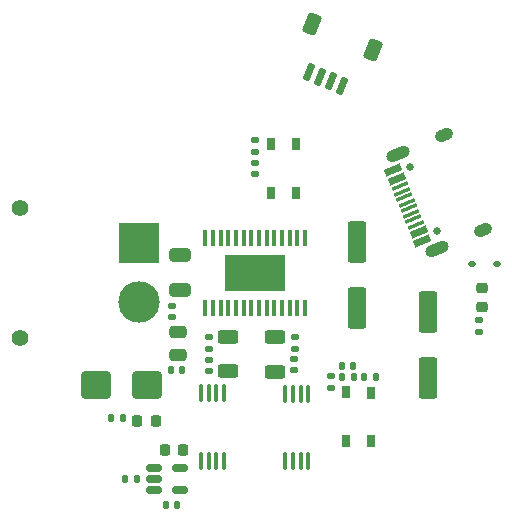
<source format=gts>
G04 #@! TF.GenerationSoftware,KiCad,Pcbnew,(7.0.0)*
G04 #@! TF.CreationDate,2023-05-14T21:45:47+08:00*
G04 #@! TF.ProjectId,ServoLess,53657276-6f4c-4657-9373-2e6b69636164,V2.0*
G04 #@! TF.SameCoordinates,Original*
G04 #@! TF.FileFunction,Soldermask,Top*
G04 #@! TF.FilePolarity,Negative*
%FSLAX46Y46*%
G04 Gerber Fmt 4.6, Leading zero omitted, Abs format (unit mm)*
G04 Created by KiCad (PCBNEW (7.0.0)) date 2023-05-14 21:45:47*
%MOMM*%
%LPD*%
G01*
G04 APERTURE LIST*
G04 Aperture macros list*
%AMRoundRect*
0 Rectangle with rounded corners*
0 $1 Rounding radius*
0 $2 $3 $4 $5 $6 $7 $8 $9 X,Y pos of 4 corners*
0 Add a 4 corners polygon primitive as box body*
4,1,4,$2,$3,$4,$5,$6,$7,$8,$9,$2,$3,0*
0 Add four circle primitives for the rounded corners*
1,1,$1+$1,$2,$3*
1,1,$1+$1,$4,$5*
1,1,$1+$1,$6,$7*
1,1,$1+$1,$8,$9*
0 Add four rect primitives between the rounded corners*
20,1,$1+$1,$2,$3,$4,$5,0*
20,1,$1+$1,$4,$5,$6,$7,0*
20,1,$1+$1,$6,$7,$8,$9,0*
20,1,$1+$1,$8,$9,$2,$3,0*%
%AMHorizOval*
0 Thick line with rounded ends*
0 $1 width*
0 $2 $3 position (X,Y) of the first rounded end (center of the circle)*
0 $4 $5 position (X,Y) of the second rounded end (center of the circle)*
0 Add line between two ends*
20,1,$1,$2,$3,$4,$5,0*
0 Add two circle primitives to create the rounded ends*
1,1,$1,$2,$3*
1,1,$1,$4,$5*%
%AMRotRect*
0 Rectangle, with rotation*
0 The origin of the aperture is its center*
0 $1 length*
0 $2 width*
0 $3 Rotation angle, in degrees counterclockwise*
0 Add horizontal line*
21,1,$1,$2,0,0,$3*%
G04 Aperture macros list end*
%ADD10RoundRect,0.250000X0.550000X-1.500000X0.550000X1.500000X-0.550000X1.500000X-0.550000X-1.500000X0*%
%ADD11RoundRect,0.150000X-0.512500X-0.150000X0.512500X-0.150000X0.512500X0.150000X-0.512500X0.150000X0*%
%ADD12RoundRect,0.135000X-0.185000X0.135000X-0.185000X-0.135000X0.185000X-0.135000X0.185000X0.135000X0*%
%ADD13RoundRect,0.140000X0.170000X-0.140000X0.170000X0.140000X-0.170000X0.140000X-0.170000X-0.140000X0*%
%ADD14RoundRect,0.150000X0.377759X0.520022X0.100595X0.634827X-0.377759X-0.520022X-0.100595X-0.634827X0*%
%ADD15RoundRect,0.250000X0.572102X0.466582X-0.074614X0.734461X-0.572102X-0.466582X0.074614X-0.734461X0*%
%ADD16RoundRect,0.218750X-0.256250X0.218750X-0.256250X-0.218750X0.256250X-0.218750X0.256250X0.218750X0*%
%ADD17R,0.650000X1.050000*%
%ADD18C,0.650000*%
%ADD19RotRect,0.600000X1.450000X112.500000*%
%ADD20RotRect,0.300000X1.450000X112.500000*%
%ADD21HorizOval,1.000000X0.508134X0.210476X-0.508134X-0.210476X0*%
%ADD22HorizOval,1.000000X0.277164X0.114805X-0.277164X-0.114805X0*%
%ADD23RoundRect,0.135000X-0.135000X-0.185000X0.135000X-0.185000X0.135000X0.185000X-0.135000X0.185000X0*%
%ADD24C,1.400000*%
%ADD25R,3.500000X3.500000*%
%ADD26C,3.500000*%
%ADD27RoundRect,0.135000X0.185000X-0.135000X0.185000X0.135000X-0.185000X0.135000X-0.185000X-0.135000X0*%
%ADD28RoundRect,0.140000X-0.170000X0.140000X-0.170000X-0.140000X0.170000X-0.140000X0.170000X0.140000X0*%
%ADD29RoundRect,0.250000X-1.000000X-0.900000X1.000000X-0.900000X1.000000X0.900000X-1.000000X0.900000X0*%
%ADD30RoundRect,0.250000X-0.475000X0.250000X-0.475000X-0.250000X0.475000X-0.250000X0.475000X0.250000X0*%
%ADD31RoundRect,0.140000X-0.140000X-0.170000X0.140000X-0.170000X0.140000X0.170000X-0.140000X0.170000X0*%
%ADD32RoundRect,0.140000X0.140000X0.170000X-0.140000X0.170000X-0.140000X-0.170000X0.140000X-0.170000X0*%
%ADD33RoundRect,0.225000X0.225000X0.250000X-0.225000X0.250000X-0.225000X-0.250000X0.225000X-0.250000X0*%
%ADD34RoundRect,0.100000X-0.100000X0.637500X-0.100000X-0.637500X0.100000X-0.637500X0.100000X0.637500X0*%
%ADD35RoundRect,0.250000X-0.625000X0.312500X-0.625000X-0.312500X0.625000X-0.312500X0.625000X0.312500X0*%
%ADD36RoundRect,0.135000X0.135000X0.185000X-0.135000X0.185000X-0.135000X-0.185000X0.135000X-0.185000X0*%
%ADD37RoundRect,0.218750X0.218750X0.256250X-0.218750X0.256250X-0.218750X-0.256250X0.218750X-0.256250X0*%
%ADD38R,0.449999X1.400000*%
%ADD39R,5.180000X3.099999*%
%ADD40RoundRect,0.250000X0.650000X-0.325000X0.650000X0.325000X-0.650000X0.325000X-0.650000X-0.325000X0*%
%ADD41RoundRect,0.250000X-0.550000X1.500000X-0.550000X-1.500000X0.550000X-1.500000X0.550000X1.500000X0*%
%ADD42RoundRect,0.112500X0.187500X0.112500X-0.187500X0.112500X-0.187500X-0.112500X0.187500X-0.112500X0*%
G04 APERTURE END LIST*
D10*
X149240000Y-93205000D03*
X149240000Y-87605000D03*
D11*
X131987500Y-106700000D03*
X131987500Y-107650000D03*
X131987500Y-108600000D03*
X134262500Y-108600000D03*
X134262500Y-106700000D03*
D12*
X136675000Y-95672500D03*
X136675000Y-96692500D03*
D13*
X136675000Y-98542500D03*
X136675000Y-97582500D03*
D14*
X147910452Y-74386784D03*
X146986573Y-74004101D03*
X146062693Y-73621417D03*
X145138814Y-73238734D03*
D15*
X150594394Y-71304239D03*
X145420669Y-69161212D03*
D16*
X159825000Y-91512500D03*
X159825000Y-93087500D03*
D17*
X148274999Y-104479999D03*
X148274999Y-100329999D03*
X150424999Y-104479999D03*
X150424999Y-100354999D03*
D18*
X155943868Y-86629989D03*
X153731958Y-81289965D03*
D19*
X154746627Y-87515562D03*
X154440481Y-86776458D03*
D20*
X153981261Y-85667803D03*
X153598577Y-84743923D03*
X153407235Y-84281984D03*
X153024552Y-83358104D03*
D19*
X152565332Y-82249449D03*
X152259185Y-81510345D03*
X152259185Y-81510345D03*
X152565332Y-82249449D03*
D20*
X152833210Y-82896164D03*
X153215894Y-83820044D03*
X153789919Y-85205863D03*
X154172602Y-86129743D03*
D19*
X154440481Y-86776458D03*
X154746627Y-87515562D03*
D21*
X156001448Y-88153958D03*
D22*
X159863265Y-86554341D03*
D21*
X152695064Y-80171639D03*
D22*
X156556880Y-78572022D03*
D23*
X147910000Y-99055000D03*
X148930000Y-99055000D03*
D24*
X120715000Y-95695000D03*
X120715000Y-84695000D03*
D25*
X130714999Y-87694999D03*
D26*
X130715000Y-92695000D03*
D13*
X143900000Y-98475000D03*
X143900000Y-97515000D03*
D27*
X159575000Y-95260000D03*
X159575000Y-94240000D03*
D28*
X133540000Y-93005000D03*
X133540000Y-93965000D03*
D29*
X127092500Y-99705000D03*
X131392500Y-99705000D03*
D30*
X134025000Y-95250000D03*
X134025000Y-97150000D03*
D31*
X147920000Y-98075000D03*
X148880000Y-98075000D03*
D32*
X133985000Y-109860000D03*
X133025000Y-109860000D03*
D31*
X149820000Y-99065000D03*
X150780000Y-99065000D03*
D33*
X134480000Y-105190000D03*
X132930000Y-105190000D03*
D27*
X147000000Y-99975000D03*
X147000000Y-98955000D03*
D34*
X137955000Y-100412500D03*
X137305000Y-100412500D03*
X136655000Y-100412500D03*
X136005000Y-100412500D03*
X136005000Y-106137500D03*
X136655000Y-106137500D03*
X137305000Y-106137500D03*
X137955000Y-106137500D03*
D35*
X138275000Y-95630000D03*
X138275000Y-98555000D03*
D36*
X130610000Y-107675000D03*
X129590000Y-107675000D03*
D32*
X134430000Y-98400000D03*
X133470000Y-98400000D03*
D28*
X140600000Y-80885000D03*
X140600000Y-81845000D03*
D12*
X143920000Y-95615000D03*
X143920000Y-96635000D03*
D37*
X132187500Y-102750000D03*
X130612500Y-102750000D03*
D12*
X140560000Y-78965000D03*
X140560000Y-79985000D03*
D17*
X141924999Y-83449999D03*
X141924999Y-79299999D03*
X144074999Y-83449999D03*
X144074999Y-79324999D03*
D23*
X128415000Y-102500000D03*
X129435000Y-102500000D03*
D38*
X136355000Y-93164997D03*
X137005001Y-93164997D03*
X137655000Y-93164997D03*
X138305001Y-93164997D03*
X138954999Y-93164997D03*
X139605001Y-93164997D03*
X140254999Y-93164997D03*
X140905001Y-93164997D03*
X141554999Y-93164997D03*
X142205001Y-93164997D03*
X142854999Y-93164997D03*
X143505000Y-93164997D03*
X144154999Y-93164997D03*
X144805000Y-93164997D03*
X144805000Y-87264996D03*
X144154999Y-87264996D03*
X143505000Y-87264996D03*
X142854999Y-87264996D03*
X142205001Y-87264996D03*
X141554999Y-87264996D03*
X140905001Y-87264996D03*
X140254999Y-87264996D03*
X139605001Y-87264996D03*
X138954999Y-87264996D03*
X138305001Y-87264996D03*
X137655000Y-87264996D03*
X137005001Y-87264996D03*
X136355000Y-87264996D03*
D39*
X140580000Y-90214998D03*
D40*
X134260000Y-91640000D03*
X134260000Y-88690000D03*
D41*
X155250000Y-93535000D03*
X155250000Y-99135000D03*
D35*
X142290000Y-95652500D03*
X142290000Y-98577500D03*
D42*
X161050000Y-89425000D03*
X158950000Y-89425000D03*
D34*
X145075000Y-100432500D03*
X144425000Y-100432500D03*
X143775000Y-100432500D03*
X143125000Y-100432500D03*
X143125000Y-106157500D03*
X143775000Y-106157500D03*
X144425000Y-106157500D03*
X145075000Y-106157500D03*
M02*

</source>
